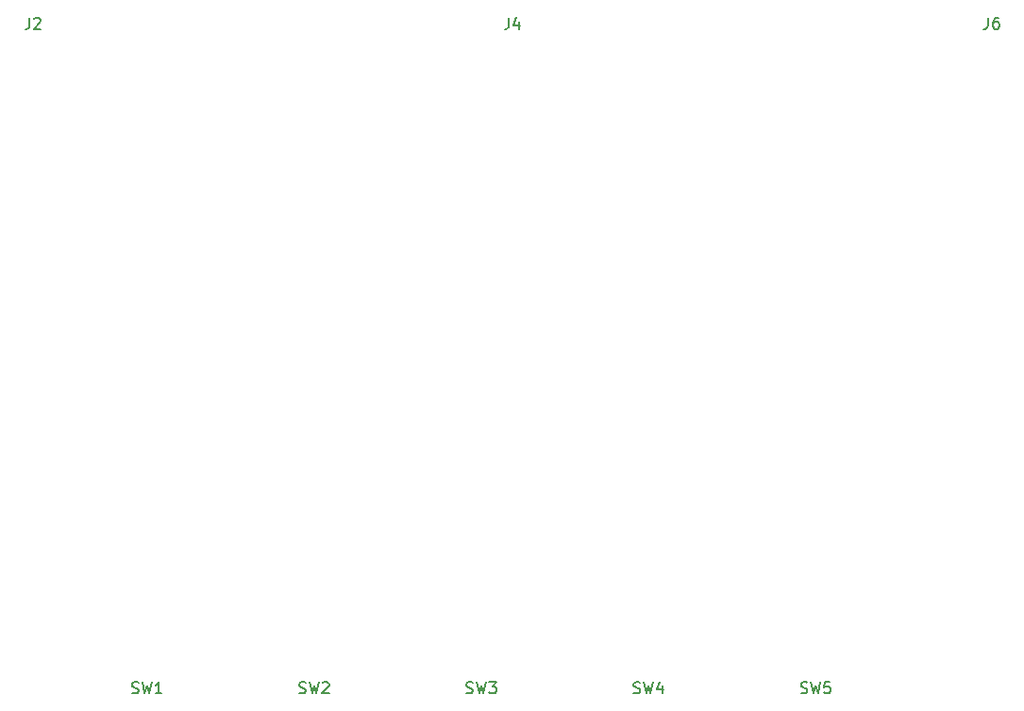
<source format=gbr>
%TF.GenerationSoftware,KiCad,Pcbnew,(6.0.7-1)-1*%
%TF.CreationDate,2023-02-08T12:42:39-08:00*%
%TF.ProjectId,RCASwitcher,52434153-7769-4746-9368-65722e6b6963,rev?*%
%TF.SameCoordinates,Original*%
%TF.FileFunction,Legend,Top*%
%TF.FilePolarity,Positive*%
%FSLAX46Y46*%
G04 Gerber Fmt 4.6, Leading zero omitted, Abs format (unit mm)*
G04 Created by KiCad (PCBNEW (6.0.7-1)-1) date 2023-02-08 12:42:39*
%MOMM*%
%LPD*%
G01*
G04 APERTURE LIST*
%ADD10C,0.150000*%
G04 APERTURE END LIST*
D10*
%TO.C,SW3*%
X95666666Y-138404761D02*
X95809523Y-138452380D01*
X96047619Y-138452380D01*
X96142857Y-138404761D01*
X96190476Y-138357142D01*
X96238095Y-138261904D01*
X96238095Y-138166666D01*
X96190476Y-138071428D01*
X96142857Y-138023809D01*
X96047619Y-137976190D01*
X95857142Y-137928571D01*
X95761904Y-137880952D01*
X95714285Y-137833333D01*
X95666666Y-137738095D01*
X95666666Y-137642857D01*
X95714285Y-137547619D01*
X95761904Y-137500000D01*
X95857142Y-137452380D01*
X96095238Y-137452380D01*
X96238095Y-137500000D01*
X96571428Y-137452380D02*
X96809523Y-138452380D01*
X97000000Y-137738095D01*
X97190476Y-138452380D01*
X97428571Y-137452380D01*
X97714285Y-137452380D02*
X98333333Y-137452380D01*
X98000000Y-137833333D01*
X98142857Y-137833333D01*
X98238095Y-137880952D01*
X98285714Y-137928571D01*
X98333333Y-138023809D01*
X98333333Y-138261904D01*
X98285714Y-138357142D01*
X98238095Y-138404761D01*
X98142857Y-138452380D01*
X97857142Y-138452380D01*
X97761904Y-138404761D01*
X97714285Y-138357142D01*
%TO.C,SW2*%
X80666666Y-138404761D02*
X80809523Y-138452380D01*
X81047619Y-138452380D01*
X81142857Y-138404761D01*
X81190476Y-138357142D01*
X81238095Y-138261904D01*
X81238095Y-138166666D01*
X81190476Y-138071428D01*
X81142857Y-138023809D01*
X81047619Y-137976190D01*
X80857142Y-137928571D01*
X80761904Y-137880952D01*
X80714285Y-137833333D01*
X80666666Y-137738095D01*
X80666666Y-137642857D01*
X80714285Y-137547619D01*
X80761904Y-137500000D01*
X80857142Y-137452380D01*
X81095238Y-137452380D01*
X81238095Y-137500000D01*
X81571428Y-137452380D02*
X81809523Y-138452380D01*
X82000000Y-137738095D01*
X82190476Y-138452380D01*
X82428571Y-137452380D01*
X82761904Y-137547619D02*
X82809523Y-137500000D01*
X82904761Y-137452380D01*
X83142857Y-137452380D01*
X83238095Y-137500000D01*
X83285714Y-137547619D01*
X83333333Y-137642857D01*
X83333333Y-137738095D01*
X83285714Y-137880952D01*
X82714285Y-138452380D01*
X83333333Y-138452380D01*
%TO.C,J4*%
X99466666Y-77802380D02*
X99466666Y-78516666D01*
X99419047Y-78659523D01*
X99323809Y-78754761D01*
X99180952Y-78802380D01*
X99085714Y-78802380D01*
X100371428Y-78135714D02*
X100371428Y-78802380D01*
X100133333Y-77754761D02*
X99895238Y-78469047D01*
X100514285Y-78469047D01*
%TO.C,SW4*%
X110666666Y-138404761D02*
X110809523Y-138452380D01*
X111047619Y-138452380D01*
X111142857Y-138404761D01*
X111190476Y-138357142D01*
X111238095Y-138261904D01*
X111238095Y-138166666D01*
X111190476Y-138071428D01*
X111142857Y-138023809D01*
X111047619Y-137976190D01*
X110857142Y-137928571D01*
X110761904Y-137880952D01*
X110714285Y-137833333D01*
X110666666Y-137738095D01*
X110666666Y-137642857D01*
X110714285Y-137547619D01*
X110761904Y-137500000D01*
X110857142Y-137452380D01*
X111095238Y-137452380D01*
X111238095Y-137500000D01*
X111571428Y-137452380D02*
X111809523Y-138452380D01*
X112000000Y-137738095D01*
X112190476Y-138452380D01*
X112428571Y-137452380D01*
X113238095Y-137785714D02*
X113238095Y-138452380D01*
X113000000Y-137404761D02*
X112761904Y-138119047D01*
X113380952Y-138119047D01*
%TO.C,SW5*%
X125666666Y-138404761D02*
X125809523Y-138452380D01*
X126047619Y-138452380D01*
X126142857Y-138404761D01*
X126190476Y-138357142D01*
X126238095Y-138261904D01*
X126238095Y-138166666D01*
X126190476Y-138071428D01*
X126142857Y-138023809D01*
X126047619Y-137976190D01*
X125857142Y-137928571D01*
X125761904Y-137880952D01*
X125714285Y-137833333D01*
X125666666Y-137738095D01*
X125666666Y-137642857D01*
X125714285Y-137547619D01*
X125761904Y-137500000D01*
X125857142Y-137452380D01*
X126095238Y-137452380D01*
X126238095Y-137500000D01*
X126571428Y-137452380D02*
X126809523Y-138452380D01*
X127000000Y-137738095D01*
X127190476Y-138452380D01*
X127428571Y-137452380D01*
X128285714Y-137452380D02*
X127809523Y-137452380D01*
X127761904Y-137928571D01*
X127809523Y-137880952D01*
X127904761Y-137833333D01*
X128142857Y-137833333D01*
X128238095Y-137880952D01*
X128285714Y-137928571D01*
X128333333Y-138023809D01*
X128333333Y-138261904D01*
X128285714Y-138357142D01*
X128238095Y-138404761D01*
X128142857Y-138452380D01*
X127904761Y-138452380D01*
X127809523Y-138404761D01*
X127761904Y-138357142D01*
%TO.C,J6*%
X142466666Y-77802380D02*
X142466666Y-78516666D01*
X142419047Y-78659523D01*
X142323809Y-78754761D01*
X142180952Y-78802380D01*
X142085714Y-78802380D01*
X143371428Y-77802380D02*
X143180952Y-77802380D01*
X143085714Y-77850000D01*
X143038095Y-77897619D01*
X142942857Y-78040476D01*
X142895238Y-78230952D01*
X142895238Y-78611904D01*
X142942857Y-78707142D01*
X142990476Y-78754761D01*
X143085714Y-78802380D01*
X143276190Y-78802380D01*
X143371428Y-78754761D01*
X143419047Y-78707142D01*
X143466666Y-78611904D01*
X143466666Y-78373809D01*
X143419047Y-78278571D01*
X143371428Y-78230952D01*
X143276190Y-78183333D01*
X143085714Y-78183333D01*
X142990476Y-78230952D01*
X142942857Y-78278571D01*
X142895238Y-78373809D01*
%TO.C,SW1*%
X65666666Y-138404761D02*
X65809523Y-138452380D01*
X66047619Y-138452380D01*
X66142857Y-138404761D01*
X66190476Y-138357142D01*
X66238095Y-138261904D01*
X66238095Y-138166666D01*
X66190476Y-138071428D01*
X66142857Y-138023809D01*
X66047619Y-137976190D01*
X65857142Y-137928571D01*
X65761904Y-137880952D01*
X65714285Y-137833333D01*
X65666666Y-137738095D01*
X65666666Y-137642857D01*
X65714285Y-137547619D01*
X65761904Y-137500000D01*
X65857142Y-137452380D01*
X66095238Y-137452380D01*
X66238095Y-137500000D01*
X66571428Y-137452380D02*
X66809523Y-138452380D01*
X67000000Y-137738095D01*
X67190476Y-138452380D01*
X67428571Y-137452380D01*
X68333333Y-138452380D02*
X67761904Y-138452380D01*
X68047619Y-138452380D02*
X68047619Y-137452380D01*
X67952380Y-137595238D01*
X67857142Y-137690476D01*
X67761904Y-137738095D01*
%TO.C,J2*%
X56466666Y-77802380D02*
X56466666Y-78516666D01*
X56419047Y-78659523D01*
X56323809Y-78754761D01*
X56180952Y-78802380D01*
X56085714Y-78802380D01*
X56895238Y-77897619D02*
X56942857Y-77850000D01*
X57038095Y-77802380D01*
X57276190Y-77802380D01*
X57371428Y-77850000D01*
X57419047Y-77897619D01*
X57466666Y-77992857D01*
X57466666Y-78088095D01*
X57419047Y-78230952D01*
X56847619Y-78802380D01*
X57466666Y-78802380D01*
%TD*%
M02*

</source>
